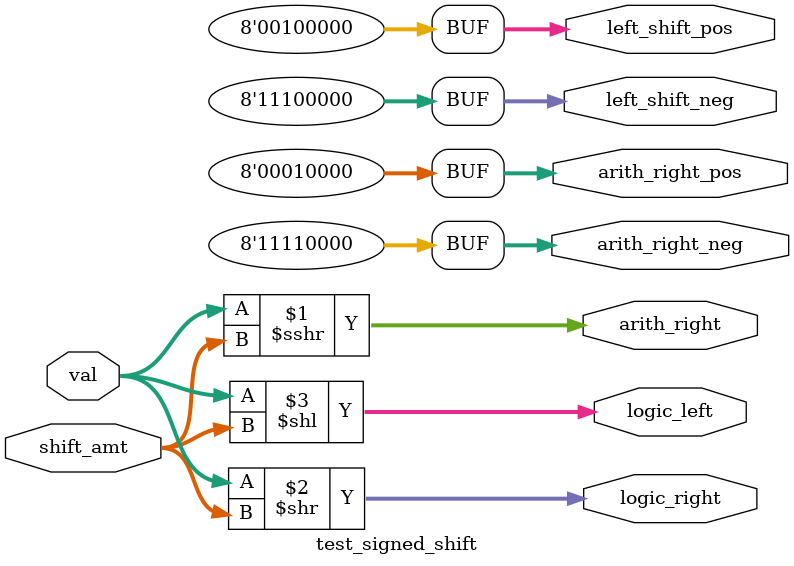
<source format=v>
module test_signed_shift(
    input signed [7:0] val,
    input [2:0] shift_amt,
    output wire signed [7:0] arith_right,
    output wire signed [7:0] logic_right,
    output wire signed [7:0] logic_left,
    output wire signed [7:0] arith_right_pos,
    output wire signed [7:0] arith_right_neg,
    output wire signed [7:0] left_shift_pos,
    output wire signed [7:0] left_shift_neg
);
    // Arithmetic right shift (preserves sign)
    assign arith_right = val >>> shift_amt;

    // Logical right shift (fills with zeros)
    assign logic_right = val >> shift_amt;

    // Logical left shift
    assign logic_left = val << shift_amt;

    // Constant shifts on positive value
    assign arith_right_pos = 8'sh40 >>> 2;  // 64 >>> 2 = 16
    assign left_shift_pos = 8'sh08 << 2;     // 8 << 2 = 32

    // Constant shifts on negative value
    assign arith_right_neg = 8'shC0 >>> 2;  // -64 >>> 2 = -16 (sign extended)
    assign left_shift_neg = 8'shF8 << 2;     // -8 << 2 = -32
endmodule

</source>
